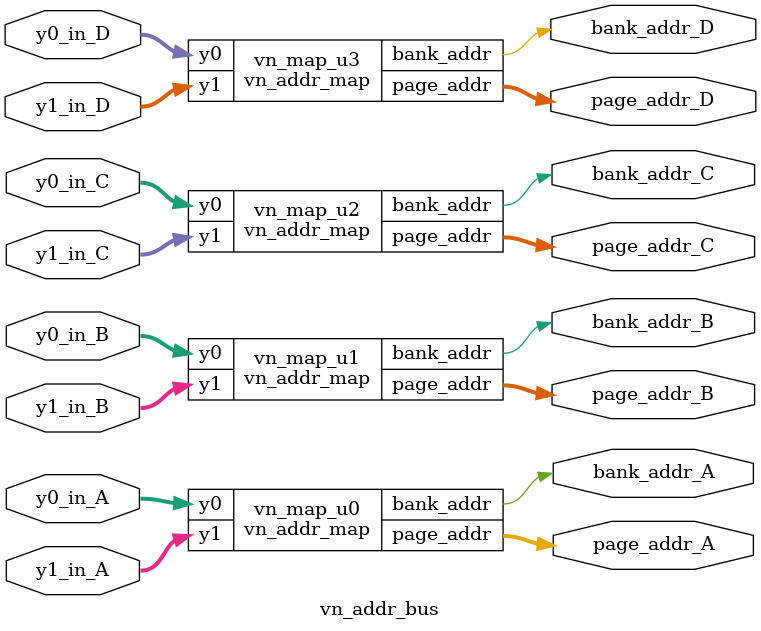
<source format=v>
`timescale 1ns / 1ps


module mem_map(

    );
endmodule

// Description: 
// To decode the address mapping scheme in a bank-interleaving fashion
// 1) page address: 5-bit, i.e., depth of 32 per device
// 2) bank address: 1-bit, i.e., two interleaving banks
module cn_addr_map (
    output wire [4:0] page_addr,
    output wire       bank_addr,
	
    input wire [2:0] y0,
    input wire [2:0] y1
    );
	
	assign page_addr[4:0] = {y0[2:0], y1[2:1]};
	assign bank_addr      = y1[0];
endmodule

// Description:
// Concatenation of page and bank address bus for a multiple-port decomposed LUT
module cn_addr_bus (
	// For port A (output)
    output wire [4:0] page_addr_A,
    output wire       bank_addr_A,
	// For port B (output)
    output wire [4:0] page_addr_B,
    output wire       bank_addr_B,
	// For port C (output)
    output wire [4:0] page_addr_C,
    output wire       bank_addr_C,
	// For port D (output)
    output wire [4:0] page_addr_D,
    output wire       bank_addr_D,
	
	// For port A (input, two coreesponding incoming messages)
    input wire [2:0] y0_in_A,
    input wire [2:0] y1_in_A,
	// For port B (input, two coreesponding incoming messages)
    input wire [2:0] y0_in_B,
    input wire [2:0] y1_in_B,
	// For port C (input, two coreesponding incoming messages)
    input wire [2:0] y0_in_C,
    input wire [2:0] y1_in_C,
	// For port D (input, two coreesponding incoming messages)
    input wire [2:0] y0_in_D,
    input wire [2:0] y1_in_D
	);
	
	cn_addr_map cn_map_u0(
		.page_addr (page_addr_A[4:0]),
		.bank_addr (bank_addr_A),
		
		.y0 (y0_in_A[2:0]),
		.y1 (y1_in_A[2:0])
	);
	cn_addr_map cn_map_u1(
		.page_addr (page_addr_B[4:0]),
		.bank_addr (bank_addr_B),
		
		.y0 (y0_in_B[2:0]),
		.y1 (y1_in_B[2:0])
	);
	cn_addr_map cn_map_u2(
		.page_addr (page_addr_C[4:0]),
		.bank_addr (bank_addr_C),
		
		.y0 (y0_in_C[2:0]),
		.y1 (y1_in_C[2:0])
	);
	cn_addr_map cn_map_u3(
		.page_addr (page_addr_D[4:0]),
		.bank_addr (bank_addr_D),
		
		.y0 (y0_in_D[2:0]),
		.y1 (y1_in_D[2:0])
	);
endmodule

// Description: 
// To decode the address mapping scheme in a bank-interleaving fashion
// 1) page address: 6-bit, i.e., depth of 64 per device
// 2) bank address: 1-bit, i.e., two interleaving banks
module vn_addr_map (
    output wire [5:0] page_addr,
    output wire       bank_addr,
	
    input wire [2:0] y0,
    input wire [3:0] y1
    );
	
	assign page_addr[5:0] = {y0[2:0], y1[3:1]};
	assign bank_addr      = y1[0];
endmodule

// Description:
// Concatenation of page and bank address bus for a multiple-port decomposed LUT
module vn_addr_bus (
	// For port A (output)
    output wire [5:0] page_addr_A,
    output wire       bank_addr_A,
	// For port B (output)
    output wire [5:0] page_addr_B,
    output wire       bank_addr_B,
	// For port C (output)
    output wire [5:0] page_addr_C,
    output wire       bank_addr_C,
	// For port D (output)
    output wire [5:0] page_addr_D,
    output wire       bank_addr_D,
	
	// For port A (input, two coreesponding incoming messages)
    input wire [2:0] y0_in_A,
    input wire [3:0] y1_in_A,
	// For port B (input, two coreesponding incoming messages)
    input wire [2:0] y0_in_B,
    input wire [3:0] y1_in_B,
	// For port C (input, two coreesponding incoming messages)
    input wire [2:0] y0_in_C,
    input wire [3:0] y1_in_C,
	// For port D (input, two coreesponding incoming messages)
    input wire [2:0] y0_in_D,
    input wire [3:0] y1_in_D
	);
	
	vn_addr_map vn_map_u0(
		.page_addr (page_addr_A[5:0]),
		.bank_addr (bank_addr_A),
		
		.y0 (y0_in_A[2:0]),
		.y1 (y1_in_A[3:0])
	);
	vn_addr_map vn_map_u1(
		.page_addr (page_addr_B[5:0]),
		.bank_addr (bank_addr_B),
		
		.y0 (y0_in_B[2:0]),
		.y1 (y1_in_B[3:0])
	);
	vn_addr_map vn_map_u2(
		.page_addr (page_addr_C[5:0]),
		.bank_addr (bank_addr_C),
		
		.y0 (y0_in_C[2:0]),
		.y1 (y1_in_C[3:0])
	);
	vn_addr_map vn_map_u3(
		.page_addr (page_addr_D[5:0]),
		.bank_addr (bank_addr_D),
		
		.y0 (y0_in_D[2:0]),
		.y1 (y1_in_D[3:0])
	);
endmodule
</source>
